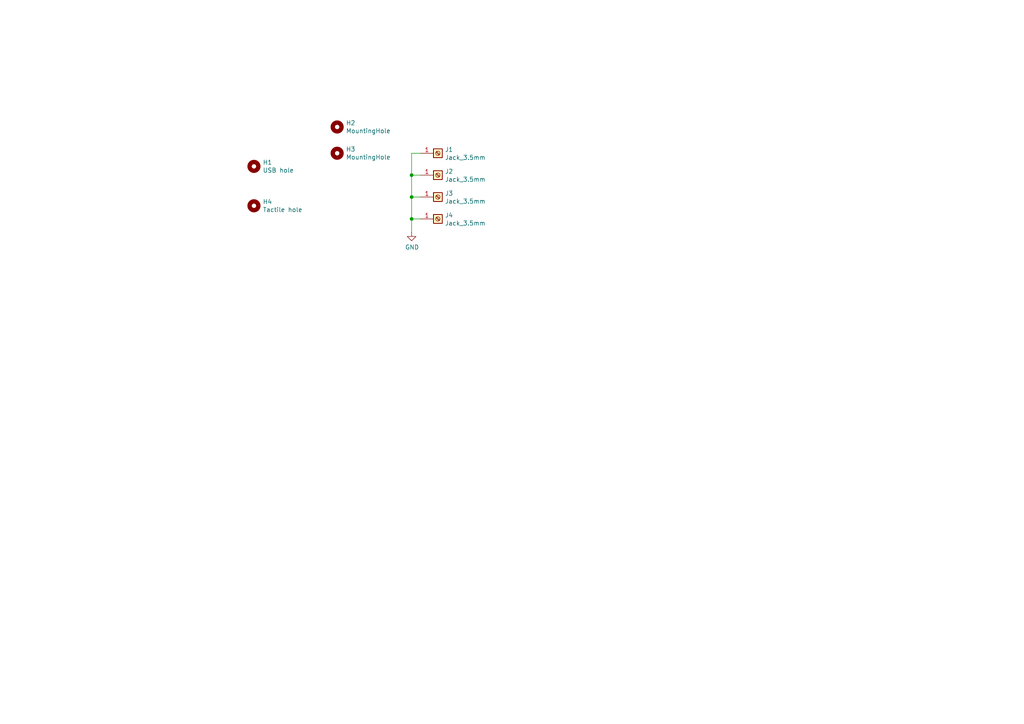
<source format=kicad_sch>
(kicad_sch (version 20230121) (generator eeschema)
  (paper "A4")
  (lib_symbols
    (symbol "Connector:Screw_Terminal_01x01" (pin_names (offset 1.016) hide)
      (property "Reference" "J" (at 0 2.54 0))
      (property "Value" "Screw_Terminal_01x01" (at 0 -2.54 0))
      (symbol "Screw_Terminal_01x01_1_1"
        (rectangle (start -1.27 1.27) (end 1.27 -1.27) (stroke (width 0.254)) (fill (type background)))
        (polyline (pts (xy -0.5334 0.3302) (xy 0.3302 -0.508)) (stroke (width 0.1524)))
        (polyline (pts (xy -0.3556 0.508) (xy 0.508 -0.3302)) (stroke (width 0.1524)))
        (circle (center 0 0) (radius 0.635) (stroke (width 0.1524)))
        (pin passive line (at -5.08 0 0) (length 3.81) (name "Pin_1") (number "1"))
      )
    )
    (symbol "Mechanical:MountingHole" (pin_names (offset 1.016))
      (property "Reference" "H" (at 0 5.08 0))
      (property "Value" "MountingHole" (at 0 3.175 0))
      (symbol "MountingHole_0_1"
        (circle (center 0 0) (radius 1.27) (stroke (width 1.27)))
      )
    )
    (symbol "power:GND" (power) (pin_names (offset 0))
      (property "Value" "GND" (at 0 -3.81 0))
      (symbol "GND_0_1"
        (polyline (pts (xy 0 0) (xy 0 -1.27) (xy 1.27 -1.27) (xy 0 -2.54) (xy -1.27 -1.27) (xy 0 -1.27)))
      )
      (symbol "GND_1_1"
        (pin power_in line (at 0 0 270) (length 0) hide (name "GND") (number "1"))
      )
    )
  )
  (junction (at 119.38 50.8))
  (junction (at 119.38 63.5))
  (junction (at 119.38 57.15))
  (wire (pts (xy 119.38 50.8) (xy 119.38 44.45)))
  (wire (pts (xy 119.38 44.45) (xy 121.92 44.45)))
  (wire (pts (xy 119.38 63.5) (xy 119.38 57.15)))
  (wire (pts (xy 121.92 57.15) (xy 119.38 57.15)))
  (wire (pts (xy 119.38 57.15) (xy 119.38 50.8)))
  (wire (pts (xy 121.92 63.5) (xy 119.38 63.5)))
  (wire (pts (xy 119.38 67.31) (xy 119.38 63.5)))
  (wire (pts (xy 121.92 50.8) (xy 119.38 50.8)))
  (symbol (lib_id "Connector:Screw_Terminal_01x01") (at 127 44.45 0) (unit 1)
    (property "Reference" "J1" (at 129.032 43.3832 0) (effects (justify left)))
    (property "Value" "Jack_3.5mm" (at 129.032 45.6946 0) (effects (justify left)))
    (property "Footprint" "MountingHole:MountingHole_6.2mm_M6" (effects hide))
  )
  (symbol (lib_id "Connector:Screw_Terminal_01x01") (at 127 50.8 0) (unit 1)
    (property "Reference" "J2" (at 129.032 49.7332 0) (effects (justify left)))
    (property "Value" "Jack_3.5mm" (at 129.032 52.0446 0) (effects (justify left)))
    (property "Footprint" "MountingHole:MountingHole_6.2mm_M6" (effects hide))
  )
  (symbol (lib_id "Connector:Screw_Terminal_01x01") (at 127 57.15 0) (unit 1)
    (property "Reference" "J3" (at 129.032 56.0832 0) (effects (justify left)))
    (property "Value" "Jack_3.5mm" (at 129.032 58.3946 0) (effects (justify left)))
    (property "Footprint" "MountingHole:MountingHole_6.2mm_M6" (effects hide))
  )
  (symbol (lib_id "Connector:Screw_Terminal_01x01") (at 127 63.5 0) (unit 1)
    (property "Reference" "J4" (at 129.032 62.4332 0) (effects (justify left)))
    (property "Value" "Jack_3.5mm" (at 129.032 64.7446 0) (effects (justify left)))
    (property "Footprint" "MountingHole:MountingHole_6.2mm_M6" (effects hide))
  )
  (symbol (lib_id "power:GND") (at 119.38 67.31 0) (unit 1)
    (property "Reference" "#PWR0101" (effects hide))
    (property "Value" "GND" (at 119.507 71.7042 0))
  )
  (symbol (lib_id "Mechanical:MountingHole") (at 97.79 36.83 0) (unit 1)
    (property "Reference" "H2" (at 100.33 35.6616 0) (effects (justify left)))
    (property "Value" "MountingHole" (at 100.33 37.973 0) (effects (justify left)))
    (property "Footprint" "Custom_FP:Wide_M3" (effects hide))
  )
  (symbol (lib_id "Mechanical:MountingHole") (at 97.79 44.45 0) (unit 1)
    (property "Reference" "H3" (at 100.33 43.2816 0) (effects (justify left)))
    (property "Value" "MountingHole" (at 100.33 45.593 0) (effects (justify left)))
    (property "Footprint" "Custom_FP:Wide_M3" (effects hide))
  )
  (symbol (lib_id "Mechanical:MountingHole") (at 73.66 48.26 0) (unit 1)
    (property "Reference" "H1" (at 76.2 47.0916 0) (effects (justify left)))
    (property "Value" "USB hole" (at 76.2 49.403 0) (effects (justify left)))
    (property "Footprint" "Custom_FP:USB_C_Hole" (effects hide))
  )
  (symbol (lib_id "Mechanical:MountingHole") (at 73.66 59.69 0) (unit 1)
    (property "Reference" "H4" (at 76.2 58.5216 0) (effects (justify left)))
    (property "Value" "Tactile hole" (at 76.2 60.833 0) (effects (justify left)))
    (property "Footprint" "Custom_FP:TactileHole" (effects hide))
  )
)
</source>
